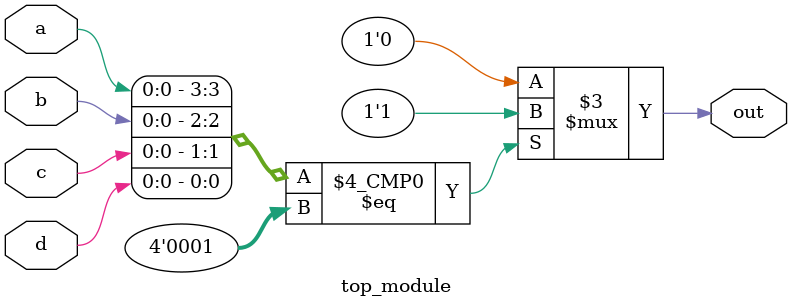
<source format=sv>
module top_module (
	input a, 
	input b,
	input c,
	input d,
	output reg out
);

  always @* begin
    case ({a, b, c, d})
      4'd0: out = 1'b0;
      4'd1: out = 1'b1;
      default: out = 1'b0;
    endcase
  end

endmodule

</source>
